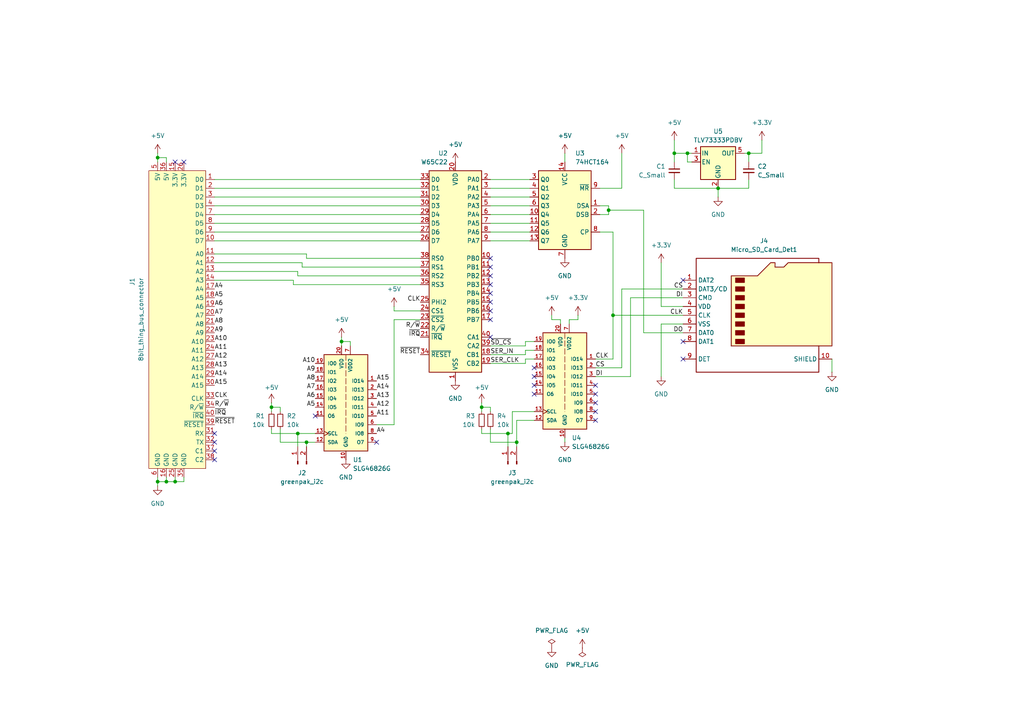
<source format=kicad_sch>
(kicad_sch (version 20231120) (generator "eeschema") (generator_version "8.0")
  (paper "A4")
  (lib_symbols
    (symbol "74xx:74HCT164"
      (property "Reference" "U" (at 1.905 -13.97 0))
      (property "Value" "74HCT164" (at 1.905 -16.51 0))
      (symbol "74HCT164_0_1"
        (rectangle (start 7.62 10.16) (end -7.62 -12.7) (stroke (width 0.254)) (fill (type background)))
      )
      (symbol "74HCT164_1_1"
        (pin input line (at -10.16 0 0) (length 2.54) (name "DSA") (number "1"))
        (pin output line (at 10.16 -2.54 180) (length 2.54) (name "Q4") (number "10"))
        (pin output line (at 10.16 -5.08 180) (length 2.54) (name "Q5") (number "11"))
        (pin output line (at 10.16 -7.62 180) (length 2.54) (name "Q6") (number "12"))
        (pin output line (at 10.16 -10.16 180) (length 2.54) (name "Q7") (number "13"))
        (pin power_in line (at 0 12.7 270) (length 2.54) (name "VCC") (number "14"))
        (pin input line (at -10.16 -2.54 0) (length 2.54) (name "DSB") (number "2"))
        (pin output line (at 10.16 7.62 180) (length 2.54) (name "Q0") (number "3"))
        (pin output line (at 10.16 5.08 180) (length 2.54) (name "Q1") (number "4"))
        (pin output line (at 10.16 2.54 180) (length 2.54) (name "Q2") (number "5"))
        (pin output line (at 10.16 0 180) (length 2.54) (name "Q3") (number "6"))
        (pin power_in line (at 0 -15.24 90) (length 2.54) (name "GND") (number "7"))
        (pin input line (at -10.16 -7.62 0) (length 2.54) (name "CP") (number "8"))
        (pin input line (at -10.16 5.08 0) (length 2.54) (name "~{MR}") (number "9"))
      )
    )
    (symbol "Connector:Conn_01x02_Pin" (pin_names (offset 1.016) hide)
      (property "Reference" "J" (at 0 2.54 0))
      (property "Value" "Conn_01x02_Pin" (at 0 -5.08 0))
      (symbol "Conn_01x02_Pin_1_1"
        (polyline (pts (xy 1.27 -2.54) (xy 0.8636 -2.54)) (stroke (width 0.1524)))
        (polyline (pts (xy 1.27 0) (xy 0.8636 0)) (stroke (width 0.1524)))
        (rectangle (start 0.8636 -2.413) (end 0 -2.667) (stroke (width 0.1524)) (fill (type outline)))
        (rectangle (start 0.8636 0.127) (end 0 -0.127) (stroke (width 0.1524)) (fill (type outline)))
        (pin passive line (at 5.08 0 180) (length 3.81) (name "Pin_1") (number "1"))
        (pin passive line (at 5.08 -2.54 180) (length 3.81) (name "Pin_2") (number "2"))
      )
    )
    (symbol "Connector:Micro_SD_Card_Det1"
      (property "Reference" "J" (at -16.51 17.78 0))
      (property "Value" "Micro_SD_Card_Det1" (at 16.51 17.78 0))
      (symbol "Micro_SD_Card_Det1_0_1"
        (rectangle (start -7.62 -6.985) (end -5.08 -8.255) (stroke (width 0.254)) (fill (type outline)))
        (rectangle (start -7.62 -4.445) (end -5.08 -5.715) (stroke (width 0.254)) (fill (type outline)))
        (rectangle (start -7.62 -1.905) (end -5.08 -3.175) (stroke (width 0.254)) (fill (type outline)))
        (rectangle (start -7.62 0.635) (end -5.08 -0.635) (stroke (width 0.254)) (fill (type outline)))
        (rectangle (start -7.62 3.175) (end -5.08 1.905) (stroke (width 0.254)) (fill (type outline)))
        (rectangle (start -7.62 5.715) (end -5.08 4.445) (stroke (width 0.254)) (fill (type outline)))
        (rectangle (start -7.62 8.255) (end -5.08 6.985) (stroke (width 0.254)) (fill (type outline)))
        (rectangle (start -7.62 10.795) (end -5.08 9.525) (stroke (width 0.254)) (fill (type outline)))
        (polyline (pts (xy 16.51 15.24) (xy 16.51 16.51) (xy -19.05 16.51) (xy -19.05 -16.51) (xy 16.51 -16.51) (xy 16.51 -8.89)) (stroke (width 0.254)))
        (polyline (pts (xy -8.89 -8.89) (xy -8.89 11.43) (xy -1.27 11.43) (xy 2.54 15.24) (xy 3.81 15.24) (xy 3.81 13.97) (xy 6.35 13.97) (xy 7.62 15.24) (xy 20.32 15.24) (xy 20.32 -8.89) (xy -8.89 -8.89)) (stroke (width 0.254)) (fill (type background)))
      )
      (symbol "Micro_SD_Card_Det1_1_1"
        (pin bidirectional line (at -22.86 10.16 0) (length 3.81) (name "DAT2") (number "1"))
        (pin passive line (at 20.32 -12.7 180) (length 3.81) (name "SHIELD") (number "10"))
        (pin bidirectional line (at -22.86 7.62 0) (length 3.81) (name "DAT3/CD") (number "2"))
        (pin input line (at -22.86 5.08 0) (length 3.81) (name "CMD") (number "3"))
        (pin power_in line (at -22.86 2.54 0) (length 3.81) (name "VDD") (number "4"))
        (pin input line (at -22.86 0 0) (length 3.81) (name "CLK") (number "5"))
        (pin power_in line (at -22.86 -2.54 0) (length 3.81) (name "VSS") (number "6"))
        (pin bidirectional line (at -22.86 -5.08 0) (length 3.81) (name "DAT0") (number "7"))
        (pin bidirectional line (at -22.86 -7.62 0) (length 3.81) (name "DAT1") (number "8"))
        (pin passive line (at -22.86 -12.7 0) (length 3.81) (name "DET") (number "9"))
      )
    )
    (symbol "Device:C_Small" (pin_numbers hide) (pin_names (offset 0.254) hide)
      (property "Reference" "C" (at 0.254 1.778 0))
      (property "Value" "C_Small" (at 0.254 -2.032 0))
      (symbol "C_Small_0_1"
        (polyline (pts (xy -1.524 -0.508) (xy 1.524 -0.508)) (stroke (width 0.3302)))
        (polyline (pts (xy -1.524 0.508) (xy 1.524 0.508)) (stroke (width 0.3048)))
      )
      (symbol "C_Small_1_1"
        (pin passive line (at 0 2.54 270) (length 2.032) (name "~") (number "1"))
        (pin passive line (at 0 -2.54 90) (length 2.032) (name "~") (number "2"))
      )
    )
    (symbol "Device:R_Small" (pin_numbers hide) (pin_names (offset 0.254) hide)
      (property "Reference" "R" (at 0.762 0.508 0))
      (property "Value" "R_Small" (at 0.762 -1.016 0))
      (symbol "R_Small_0_1"
        (rectangle (start -0.762 1.778) (end 0.762 -1.778) (stroke (width 0.2032)))
      )
      (symbol "R_Small_1_1"
        (pin passive line (at 0 2.54 270) (length 0.762) (name "~") (number "1"))
        (pin passive line (at 0 -2.54 90) (length 0.762) (name "~") (number "2"))
      )
    )
    (symbol "Regulator_Linear:TLV73333PDBV" (pin_names (offset 0.254))
      (property "Reference" "U" (at -3.81 5.715 0))
      (property "Value" "TLV73333PDBV" (at 0 5.715 0))
      (symbol "TLV73333PDBV_0_1"
        (rectangle (start -5.08 4.445) (end 5.08 -5.08) (stroke (width 0.254)) (fill (type background)))
      )
      (symbol "TLV73333PDBV_1_1"
        (pin power_in line (at -7.62 2.54 0) (length 2.54) (name "IN") (number "1"))
        (pin power_in line (at 0 -7.62 90) (length 2.54) (name "GND") (number "2"))
        (pin input line (at -7.62 0 0) (length 2.54) (name "EN") (number "3"))
        (pin no_connect line (at 5.08 0 180) (length 2.54) hide (name "NC") (number "4"))
        (pin power_out line (at 7.62 2.54 180) (length 2.54) (name "OUT") (number "5"))
      )
    )
    (symbol "imported_symbols:SLG46826G" (pin_names (offset 1.016))
      (property "Reference" "U" (at 2.54 17.78 0))
      (property "Value" "SLG46826G" (at 2.54 15.24 0))
      (symbol "SLG46826G_0_0"
        (rectangle (start -6.35 13.97) (end 6.35 -13.97) (stroke (width 0.254)) (fill (type background)))
        (pin bidirectional line (at 8.89 6.35 180) (length 2.54) (name "IO14") (number "1"))
        (pin power_in line (at 0 -16.51 90) (length 2.54) (name "GND") (number "10"))
        (pin output line (at -8.89 -3.81 0) (length 2.54) (name "O6") (number "11"))
        (pin bidirectional line (at -8.89 -11.43 0) (length 2.54) (name "SDA") (number "12"))
        (pin input clock (at -8.89 -8.89 0) (length 2.54) (name "SCL") (number "13"))
        (pin bidirectional line (at -8.89 -1.27 0) (length 2.54) (name "IO5") (number "14"))
        (pin bidirectional line (at -8.89 1.27 0) (length 2.54) (name "IO4") (number "15"))
        (pin bidirectional line (at -8.89 3.81 0) (length 2.54) (name "IO3") (number "16"))
        (pin bidirectional line (at -8.89 6.35 0) (length 2.54) (name "IO2") (number "17"))
        (pin bidirectional line (at -8.89 8.89 0) (length 2.54) (name "IO1") (number "18"))
        (pin bidirectional line (at -8.89 11.43 0) (length 2.54) (name "IO0") (number "19"))
        (pin bidirectional line (at 8.89 3.81 180) (length 2.54) (name "IO13") (number "2"))
        (pin power_in line (at -1.27 16.51 270) (length 2.54) (name "VDD") (number "20"))
        (pin bidirectional line (at 8.89 1.27 180) (length 2.54) (name "IO12") (number "3"))
        (pin bidirectional line (at 8.89 -1.27 180) (length 2.54) (name "IO11") (number "4"))
        (pin bidirectional line (at 8.89 -3.81 180) (length 2.54) (name "IO10") (number "5"))
        (pin bidirectional line (at 8.89 -6.35 180) (length 2.54) (name "IO9") (number "6"))
        (pin power_in line (at 1.27 16.51 270) (length 2.54) (name "VDD2") (number "7"))
        (pin bidirectional line (at 8.89 -8.89 180) (length 2.54) (name "IO8") (number "8"))
        (pin output line (at 8.89 -11.43 180) (length 2.54) (name "O7") (number "9"))
      )
      (symbol "SLG46826G_0_1"
        (polyline (pts (xy 0 13.97) (xy 0 -8.89)) (stroke (width 0) (type dash)))
      )
    )
    (symbol "own_symbols:8bit_thing_bus_connector"
      (property "Reference" "J" (at 3.81 48.26 0))
      (property "Value" "8bit_thing_bus_connector" (at 15.24 50.8 0))
      (symbol "8bit_thing_bus_connector_0_0"
        (pin bidirectional line (at 10.16 19.05 180) (length 2.54) (name "A0") (number "11"))
        (pin bidirectional line (at 10.16 3.81 180) (length 2.54) (name "A6") (number "19"))
        (pin bidirectional line (at 10.16 -19.05 180) (length 2.54) (name "A15") (number "30"))
        (pin bidirectional line (at 10.16 -33.02 180) (length 2.54) (name "RX") (number "31"))
        (pin bidirectional line (at 10.16 -35.56 180) (length 2.54) (name "TX") (number "32"))
        (pin bidirectional line (at 10.16 -22.86 180) (length 2.54) (name "CLK") (number "33"))
        (pin bidirectional line (at 10.16 -25.4 180) (length 2.54) (name "R/~{W}") (number "34"))
        (pin bidirectional line (at 10.16 -38.1 180) (length 2.54) (name "C1") (number "37"))
        (pin bidirectional line (at 10.16 -40.64 180) (length 2.54) (name "C2") (number "38"))
        (pin bidirectional line (at 10.16 -30.48 180) (length 2.54) (name "~{RESET}") (number "39"))
        (pin bidirectional line (at 10.16 -27.94 180) (length 2.54) (name "~{IRQ}") (number "40"))
      )
      (symbol "8bit_thing_bus_connector_0_1"
        (rectangle (start -8.89 43.18) (end 7.62 -43.18) (fill (type background)))
      )
      (symbol "8bit_thing_bus_connector_1_1"
        (pin bidirectional line (at 10.16 40.64 180) (length 2.54) (name "D0") (number "1"))
        (pin bidirectional line (at 10.16 22.86 180) (length 2.54) (name "D7") (number "10"))
        (pin bidirectional line (at 10.16 16.51 180) (length 2.54) (name "A1") (number "12"))
        (pin bidirectional line (at 10.16 13.97 180) (length 2.54) (name "A2") (number "13"))
        (pin bidirectional line (at 10.16 11.43 180) (length 2.54) (name "A3") (number "14"))
        (pin power_in line (at -1.27 45.72 270) (length 2.54) (name "3.3V") (number "15"))
        (pin power_in line (at -3.81 -45.72 90) (length 2.54) (name "GND") (number "16"))
        (pin bidirectional line (at 10.16 8.89 180) (length 2.54) (name "A4") (number "17"))
        (pin bidirectional line (at 10.16 6.35 180) (length 2.54) (name "A5") (number "18"))
        (pin bidirectional line (at 10.16 38.1 180) (length 2.54) (name "D1") (number "2"))
        (pin bidirectional line (at 10.16 1.27 180) (length 2.54) (name "A7") (number "20"))
        (pin bidirectional line (at 10.16 -1.27 180) (length 2.54) (name "A8") (number "21"))
        (pin bidirectional line (at 10.16 -3.81 180) (length 2.54) (name "A9") (number "22"))
        (pin bidirectional line (at 10.16 -6.35 180) (length 2.54) (name "A10") (number "23"))
        (pin bidirectional line (at 10.16 -8.89 180) (length 2.54) (name "A11") (number "24"))
        (pin power_in line (at -1.27 -45.72 90) (length 2.54) (name "GND") (number "25"))
        (pin power_in line (at 1.27 45.72 270) (length 2.54) (name "3.3V") (number "26"))
        (pin bidirectional line (at 10.16 -11.43 180) (length 2.54) (name "A12") (number "27"))
        (pin bidirectional line (at 10.16 -13.97 180) (length 2.54) (name "A13") (number "28"))
        (pin bidirectional line (at 10.16 -16.51 180) (length 2.54) (name "A14") (number "29"))
        (pin bidirectional line (at 10.16 35.56 180) (length 2.54) (name "D2") (number "3"))
        (pin power_in line (at 1.27 -45.72 90) (length 2.54) (name "GND") (number "35"))
        (pin power_in line (at -3.81 45.72 270) (length 2.54) (name "5V") (number "36"))
        (pin bidirectional line (at 10.16 33.02 180) (length 2.54) (name "D3") (number "4"))
        (pin power_in line (at -6.35 45.72 270) (length 2.54) (name "5V") (number "5"))
        (pin power_in line (at -6.35 -45.72 90) (length 2.54) (name "GND") (number "6"))
        (pin bidirectional line (at 10.16 30.48 180) (length 2.54) (name "D4") (number "7"))
        (pin bidirectional line (at 10.16 27.94 180) (length 2.54) (name "D5") (number "8"))
        (pin bidirectional line (at 10.16 25.4 180) (length 2.54) (name "D6") (number "9"))
      )
    )
    (symbol "own_symbols:W65C22"
      (property "Reference" "U" (at -7.62 25.4 0))
      (property "Value" "W65C22" (at 2.54 -35.56 0))
      (symbol "W65C22_0_0"
        (pin power_in line (at 0 -36.83 90) (length 2.54) (name "VSS") (number "1"))
        (pin bidirectional line (at -10.16 -1.27 0) (length 2.54) (name "PB0") (number "10"))
        (pin bidirectional line (at -10.16 -3.81 0) (length 2.54) (name "PB1") (number "11"))
        (pin bidirectional line (at -10.16 -6.35 0) (length 2.54) (name "PB2") (number "12"))
        (pin bidirectional line (at -10.16 -8.89 0) (length 2.54) (name "PB3") (number "13"))
        (pin bidirectional line (at -10.16 -11.43 0) (length 2.54) (name "PB4") (number "14"))
        (pin bidirectional line (at -10.16 -13.97 0) (length 2.54) (name "PB5") (number "15"))
        (pin bidirectional line (at -10.16 -16.51 0) (length 2.54) (name "PB6") (number "16"))
        (pin bidirectional line (at -10.16 -19.05 0) (length 2.54) (name "PB7") (number "17"))
        (pin passive line (at -10.16 -29.21 0) (length 2.54) (name "CB1") (number "18"))
        (pin passive line (at -10.16 -31.75 0) (length 2.54) (name "CB2") (number "19"))
        (pin bidirectional line (at -10.16 21.59 0) (length 2.54) (name "PA0") (number "2"))
        (pin power_in line (at 0 26.67 270) (length 2.54) (name "VDD") (number "20"))
        (pin output line (at 10.16 -24.13 180) (length 2.54) (name "~{IRQ}") (number "21"))
        (pin input line (at 10.16 -21.59 180) (length 2.54) (name "R/~{W}") (number "22"))
        (pin input line (at 10.16 -19.05 180) (length 2.54) (name "~{CS2}") (number "23"))
        (pin input line (at 10.16 -16.51 180) (length 2.54) (name "CS1") (number "24"))
        (pin input line (at 10.16 -13.97 180) (length 2.54) (name "PHI2") (number "25"))
        (pin bidirectional line (at 10.16 3.81 180) (length 2.54) (name "D7") (number "26"))
        (pin bidirectional line (at 10.16 6.35 180) (length 2.54) (name "D6") (number "27"))
        (pin bidirectional line (at 10.16 8.89 180) (length 2.54) (name "D5") (number "28"))
        (pin bidirectional line (at 10.16 11.43 180) (length 2.54) (name "D4") (number "29"))
        (pin bidirectional line (at -10.16 19.05 0) (length 2.54) (name "PA1") (number "3"))
        (pin bidirectional line (at 10.16 13.97 180) (length 2.54) (name "D3") (number "30"))
        (pin bidirectional line (at 10.16 16.51 180) (length 2.54) (name "D2") (number "31"))
        (pin bidirectional line (at 10.16 19.05 180) (length 2.54) (name "D1") (number "32"))
        (pin bidirectional line (at 10.16 21.59 180) (length 2.54) (name "D0") (number "33"))
        (pin input line (at 10.16 -29.21 180) (length 2.54) (name "~{RESET}") (number "34"))
        (pin passive line (at 10.16 -8.89 180) (length 2.54) (name "RS3") (number "35"))
        (pin passive line (at 10.16 -6.35 180) (length 2.54) (name "RS2") (number "36"))
        (pin passive line (at 10.16 -3.81 180) (length 2.54) (name "RS1") (number "37"))
        (pin passive line (at 10.16 -1.27 180) (length 2.54) (name "RS0") (number "38"))
        (pin passive line (at -10.16 -26.67 0) (length 2.54) (name "CA2") (number "39"))
        (pin bidirectional line (at -10.16 16.51 0) (length 2.54) (name "PA2") (number "4"))
        (pin passive line (at -10.16 -24.13 0) (length 2.54) (name "CA1") (number "40"))
        (pin bidirectional line (at -10.16 13.97 0) (length 2.54) (name "PA3") (number "5"))
        (pin bidirectional line (at -10.16 11.43 0) (length 2.54) (name "PA4") (number "6"))
        (pin bidirectional line (at -10.16 8.89 0) (length 2.54) (name "PA5") (number "7"))
        (pin bidirectional line (at -10.16 6.35 0) (length 2.54) (name "PA6") (number "8"))
        (pin bidirectional line (at -10.16 3.81 0) (length 2.54) (name "PA7") (number "9"))
      )
      (symbol "W65C22_0_1"
        (rectangle (start -7.62 24.13) (end 7.62 -34.29) (stroke (width 0.254)) (fill (type background)))
      )
    )
    (symbol "power:+3.3V" (power) (pin_numbers hide) (pin_names (offset 0) hide)
      (property "Value" "+3.3V" (at 0 3.556 0))
      (symbol "+3.3V_0_1"
        (polyline (pts (xy -0.762 1.27) (xy 0 2.54)))
        (polyline (pts (xy 0 0) (xy 0 2.54)))
        (polyline (pts (xy 0 2.54) (xy 0.762 1.27)))
      )
      (symbol "+3.3V_1_1"
        (pin power_in line (at 0 0 90) (length 0) (name "~") (number "1"))
      )
    )
    (symbol "power:+5V" (power) (pin_numbers hide) (pin_names (offset 0) hide)
      (property "Value" "+5V" (at 0 3.556 0))
      (symbol "+5V_0_1"
        (polyline (pts (xy -0.762 1.27) (xy 0 2.54)))
        (polyline (pts (xy 0 0) (xy 0 2.54)))
        (polyline (pts (xy 0 2.54) (xy 0.762 1.27)))
      )
      (symbol "+5V_1_1"
        (pin power_in line (at 0 0 90) (length 0) (name "~") (number "1"))
      )
    )
    (symbol "power:GND" (power) (pin_numbers hide) (pin_names (offset 0) hide)
      (property "Value" "GND" (at 0 -3.81 0))
      (symbol "GND_0_1"
        (polyline (pts (xy 0 0) (xy 0 -1.27) (xy 1.27 -1.27) (xy 0 -2.54) (xy -1.27 -1.27) (xy 0 -1.27)))
      )
      (symbol "GND_1_1"
        (pin power_in line (at 0 0 270) (length 0) (name "~") (number "1"))
      )
    )
    (symbol "power:PWR_FLAG" (power) (pin_numbers hide) (pin_names (offset 0) hide)
      (property "Value" "PWR_FLAG" (at 0 3.81 0))
      (symbol "PWR_FLAG_0_0"
        (pin power_out line (at 0 0 90) (length 0) (name "~") (number "1"))
      )
      (symbol "PWR_FLAG_0_1"
        (polyline (pts (xy 0 0) (xy 0 1.27) (xy -1.016 1.905) (xy 0 2.54) (xy 1.016 1.905) (xy 0 1.27)))
      )
    )
  )
  (junction (at 176.53 60.96))
  (junction (at 88.9 128.27))
  (junction (at 177.8 91.44))
  (junction (at 45.72 45.72))
  (junction (at 147.32 125.73))
  (junction (at 78.74 118.11))
  (junction (at 45.72 139.7))
  (junction (at 48.26 139.7))
  (junction (at 199.39 44.45))
  (junction (at 86.36 125.73))
  (junction (at 208.28 54.61))
  (junction (at 149.86 128.27))
  (junction (at 217.17 44.45))
  (junction (at 139.7 118.11))
  (junction (at 99.06 99.06))
  (junction (at 50.8 139.7))
  (junction (at 195.58 44.45))
  (no_connect (at 142.24 90.17))
  (no_connect (at 142.24 74.93))
  (no_connect (at 109.22 128.27))
  (no_connect (at 198.12 99.06))
  (no_connect (at 62.23 125.73))
  (no_connect (at 62.23 133.35))
  (no_connect (at 172.72 116.84))
  (no_connect (at 142.24 80.01))
  (no_connect (at 198.12 81.28))
  (no_connect (at 62.23 130.81))
  (no_connect (at 172.72 119.38))
  (no_connect (at 142.24 92.71))
  (no_connect (at 154.94 109.22))
  (no_connect (at 154.94 106.68))
  (no_connect (at 142.24 77.47))
  (no_connect (at 154.94 111.76))
  (no_connect (at 172.72 114.3))
  (no_connect (at 172.72 121.92))
  (no_connect (at 50.8 46.99))
  (no_connect (at 142.24 82.55))
  (no_connect (at 62.23 128.27))
  (no_connect (at 142.24 85.09))
  (no_connect (at 172.72 111.76))
  (no_connect (at 53.34 46.99))
  (no_connect (at 142.24 97.79))
  (no_connect (at 142.24 87.63))
  (no_connect (at 198.12 104.14))
  (no_connect (at 91.44 120.65))
  (no_connect (at 154.94 114.3))
  (wire (pts (xy 142.24 128.27) (xy 149.86 128.27)))
  (wire (pts (xy 62.23 69.85) (xy 121.92 69.85)))
  (wire (pts (xy 153.67 69.85) (xy 142.24 69.85)))
  (wire (pts (xy 139.7 116.84) (xy 139.7 118.11)))
  (wire (pts (xy 149.86 121.92) (xy 149.86 128.27)))
  (wire (pts (xy 149.86 128.27) (xy 149.86 129.54)))
  (wire (pts (xy 177.8 67.31) (xy 173.99 67.31)))
  (wire (pts (xy 176.53 62.23) (xy 173.99 62.23)))
  (wire (pts (xy 198.12 88.9) (xy 191.77 88.9)))
  (wire (pts (xy 139.7 118.11) (xy 142.24 118.11)))
  (wire (pts (xy 142.24 119.38) (xy 142.24 118.11)))
  (wire (pts (xy 153.67 59.69) (xy 142.24 59.69)))
  (wire (pts (xy 177.8 91.44) (xy 177.8 67.31)))
  (wire (pts (xy 86.36 125.73) (xy 86.36 129.54)))
  (wire (pts (xy 45.72 45.72) (xy 45.72 46.99)))
  (wire (pts (xy 139.7 118.11) (xy 139.7 119.38)))
  (wire (pts (xy 88.9 128.27) (xy 91.44 128.27)))
  (wire (pts (xy 86.36 125.73) (xy 78.74 125.73)))
  (wire (pts (xy 142.24 105.41) (xy 152.4 105.41)))
  (wire (pts (xy 215.9 44.45) (xy 217.17 44.45)))
  (wire (pts (xy 86.36 125.73) (xy 91.44 125.73)))
  (wire (pts (xy 62.23 81.28) (xy 85.09 81.28)))
  (wire (pts (xy 163.83 128.27) (xy 163.83 127)))
  (wire (pts (xy 154.94 121.92) (xy 149.86 121.92)))
  (wire (pts (xy 153.67 64.77) (xy 142.24 64.77)))
  (wire (pts (xy 87.63 77.47) (xy 121.92 77.47)))
  (wire (pts (xy 88.9 74.93) (xy 121.92 74.93)))
  (wire (pts (xy 176.53 60.96) (xy 186.69 60.96)))
  (wire (pts (xy 62.23 62.23) (xy 121.92 62.23)))
  (wire (pts (xy 147.32 125.73) (xy 139.7 125.73)))
  (wire (pts (xy 114.3 123.19) (xy 109.22 123.19)))
  (wire (pts (xy 86.36 80.01) (xy 86.36 78.74)))
  (wire (pts (xy 176.53 59.69) (xy 176.53 60.96)))
  (wire (pts (xy 148.59 125.73) (xy 147.32 125.73)))
  (wire (pts (xy 152.4 100.33) (xy 152.4 99.06)))
  (wire (pts (xy 78.74 118.11) (xy 78.74 119.38)))
  (wire (pts (xy 45.72 139.7) (xy 48.26 139.7)))
  (wire (pts (xy 53.34 138.43) (xy 53.34 139.7)))
  (wire (pts (xy 142.24 100.33) (xy 152.4 100.33)))
  (wire (pts (xy 162.56 92.71) (xy 162.56 93.98)))
  (wire (pts (xy 45.72 140.97) (xy 45.72 139.7)))
  (wire (pts (xy 121.92 92.71) (xy 114.3 92.71)))
  (wire (pts (xy 62.23 78.74) (xy 86.36 78.74)))
  (wire (pts (xy 186.69 96.52) (xy 198.12 96.52)))
  (wire (pts (xy 99.06 97.79) (xy 99.06 99.06)))
  (wire (pts (xy 167.64 91.44) (xy 167.64 92.71)))
  (wire (pts (xy 62.23 57.15) (xy 121.92 57.15)))
  (wire (pts (xy 148.59 119.38) (xy 148.59 125.73)))
  (wire (pts (xy 62.23 52.07) (xy 121.92 52.07)))
  (wire (pts (xy 191.77 93.98) (xy 191.77 109.22)))
  (wire (pts (xy 121.92 90.17) (xy 114.3 90.17)))
  (wire (pts (xy 86.36 80.01) (xy 121.92 80.01)))
  (wire (pts (xy 177.8 91.44) (xy 177.8 104.14)))
  (wire (pts (xy 173.99 59.69) (xy 176.53 59.69)))
  (wire (pts (xy 142.24 124.46) (xy 142.24 128.27)))
  (wire (pts (xy 48.26 46.99) (xy 48.26 45.72)))
  (wire (pts (xy 62.23 73.66) (xy 88.9 73.66)))
  (wire (pts (xy 142.24 102.87) (xy 152.4 102.87)))
  (wire (pts (xy 152.4 104.14) (xy 154.94 104.14)))
  (wire (pts (xy 220.98 44.45) (xy 220.98 40.64)))
  (wire (pts (xy 180.34 83.82) (xy 180.34 106.68)))
  (wire (pts (xy 217.17 46.99) (xy 217.17 44.45)))
  (wire (pts (xy 195.58 40.64) (xy 195.58 44.45)))
  (wire (pts (xy 88.9 128.27) (xy 88.9 129.54)))
  (wire (pts (xy 200.66 46.99) (xy 199.39 46.99)))
  (wire (pts (xy 195.58 46.99) (xy 195.58 44.45)))
  (wire (pts (xy 195.58 44.45) (xy 199.39 44.45)))
  (wire (pts (xy 177.8 104.14) (xy 172.72 104.14)))
  (wire (pts (xy 62.23 59.69) (xy 121.92 59.69)))
  (wire (pts (xy 172.72 106.68) (xy 180.34 106.68)))
  (wire (pts (xy 153.67 54.61) (xy 142.24 54.61)))
  (wire (pts (xy 217.17 52.07) (xy 217.17 54.61)))
  (wire (pts (xy 176.53 60.96) (xy 176.53 62.23)))
  (wire (pts (xy 78.74 124.46) (xy 78.74 125.73)))
  (wire (pts (xy 81.28 128.27) (xy 88.9 128.27)))
  (wire (pts (xy 153.67 62.23) (xy 142.24 62.23)))
  (wire (pts (xy 163.83 44.45) (xy 163.83 46.99)))
  (wire (pts (xy 50.8 138.43) (xy 50.8 139.7)))
  (wire (pts (xy 180.34 44.45) (xy 180.34 54.61)))
  (wire (pts (xy 78.74 116.84) (xy 78.74 118.11)))
  (wire (pts (xy 114.3 90.17) (xy 114.3 88.9)))
  (wire (pts (xy 180.34 83.82) (xy 198.12 83.82)))
  (wire (pts (xy 53.34 139.7) (xy 50.8 139.7)))
  (wire (pts (xy 78.74 118.11) (xy 81.28 118.11)))
  (wire (pts (xy 195.58 52.07) (xy 195.58 54.61)))
  (wire (pts (xy 62.23 54.61) (xy 121.92 54.61)))
  (wire (pts (xy 147.32 125.73) (xy 147.32 129.54)))
  (wire (pts (xy 85.09 82.55) (xy 85.09 81.28)))
  (wire (pts (xy 88.9 74.93) (xy 88.9 73.66)))
  (wire (pts (xy 186.69 60.96) (xy 186.69 96.52)))
  (wire (pts (xy 152.4 105.41) (xy 152.4 104.14)))
  (wire (pts (xy 45.72 44.45) (xy 45.72 45.72)))
  (wire (pts (xy 198.12 93.98) (xy 191.77 93.98)))
  (wire (pts (xy 81.28 119.38) (xy 81.28 118.11)))
  (wire (pts (xy 160.02 92.71) (xy 160.02 91.44)))
  (wire (pts (xy 191.77 76.2) (xy 191.77 88.9)))
  (wire (pts (xy 152.4 102.87) (xy 152.4 101.6)))
  (wire (pts (xy 62.23 76.2) (xy 87.63 76.2)))
  (wire (pts (xy 121.92 82.55) (xy 85.09 82.55)))
  (wire (pts (xy 167.64 92.71) (xy 165.1 92.71)))
  (wire (pts (xy 182.88 86.36) (xy 198.12 86.36)))
  (wire (pts (xy 87.63 77.47) (xy 87.63 76.2)))
  (wire (pts (xy 48.26 139.7) (xy 48.26 138.43)))
  (wire (pts (xy 160.02 92.71) (xy 162.56 92.71)))
  (wire (pts (xy 152.4 101.6) (xy 154.94 101.6)))
  (wire (pts (xy 99.06 99.06) (xy 99.06 100.33)))
  (wire (pts (xy 241.3 107.95) (xy 241.3 104.14)))
  (wire (pts (xy 220.98 44.45) (xy 217.17 44.45)))
  (wire (pts (xy 195.58 54.61) (xy 208.28 54.61)))
  (wire (pts (xy 153.67 67.31) (xy 142.24 67.31)))
  (wire (pts (xy 50.8 139.7) (xy 48.26 139.7)))
  (wire (pts (xy 153.67 52.07) (xy 142.24 52.07)))
  (wire (pts (xy 152.4 99.06) (xy 154.94 99.06)))
  (wire (pts (xy 153.67 57.15) (xy 142.24 57.15)))
  (wire (pts (xy 81.28 124.46) (xy 81.28 128.27)))
  (wire (pts (xy 208.28 57.15) (xy 208.28 54.61)))
  (wire (pts (xy 101.6 99.06) (xy 99.06 99.06)))
  (wire (pts (xy 139.7 124.46) (xy 139.7 125.73)))
  (wire (pts (xy 199.39 44.45) (xy 200.66 44.45)))
  (wire (pts (xy 48.26 45.72) (xy 45.72 45.72)))
  (wire (pts (xy 62.23 67.31) (xy 121.92 67.31)))
  (wire (pts (xy 62.23 64.77) (xy 121.92 64.77)))
  (wire (pts (xy 45.72 139.7) (xy 45.72 138.43)))
  (wire (pts (xy 177.8 91.44) (xy 198.12 91.44)))
  (wire (pts (xy 180.34 54.61) (xy 173.99 54.61)))
  (wire (pts (xy 114.3 92.71) (xy 114.3 123.19)))
  (wire (pts (xy 165.1 92.71) (xy 165.1 93.98)))
  (wire (pts (xy 199.39 46.99) (xy 199.39 44.45)))
  (wire (pts (xy 208.28 54.61) (xy 217.17 54.61)))
  (wire (pts (xy 154.94 119.38) (xy 148.59 119.38)))
  (wire (pts (xy 182.88 86.36) (xy 182.88 109.22)))
  (wire (pts (xy 101.6 100.33) (xy 101.6 99.06)))
  (wire (pts (xy 172.72 109.22) (xy 182.88 109.22)))
  (label "A15" (at 62.23 111.76 0))
  (label "A9" (at 91.44 107.95 180))
  (label "SER_IN" (at 142.24 102.87 0))
  (label "DO" (at 198.12 96.52 180))
  (label "A5" (at 62.23 86.36 0))
  (label "A11" (at 62.23 101.6 0))
  (label "A12" (at 109.22 118.11 0))
  (label "~{IRQ}" (at 121.92 97.79 180))
  (label "A13" (at 62.23 106.68 0))
  (label "DI" (at 198.12 86.36 180))
  (label "~{SD_CS}" (at 142.24 100.33 0))
  (label "CLK" (at 121.92 87.63 180))
  (label "A8" (at 62.23 93.98 0))
  (label "A4" (at 109.22 125.73 0))
  (label "CLK" (at 62.23 115.57 0))
  (label "DI" (at 172.72 109.22 0))
  (label "R{slash}~{W}" (at 121.92 95.25 180))
  (label "A14" (at 109.22 113.03 0))
  (label "A10" (at 62.23 99.06 0))
  (label "A4" (at 62.23 83.82 0))
  (label "A12" (at 62.23 104.14 0))
  (label "A6" (at 62.23 88.9 0))
  (label "SER_CLK" (at 142.24 105.41 0))
  (label "A7" (at 91.44 113.03 180))
  (label "A8" (at 91.44 110.49 180))
  (label "CS" (at 172.72 106.68 0))
  (label "A7" (at 62.23 91.44 0))
  (label "R{slash}~{W}" (at 62.23 118.11 0))
  (label "~{RESET}" (at 62.23 123.19 0))
  (label "A15" (at 109.22 110.49 0))
  (label "A10" (at 91.44 105.41 180))
  (label "CS" (at 198.12 83.82 180))
  (label "~{RESET}" (at 121.92 102.87 180))
  (label "A5" (at 91.44 118.11 180))
  (label "A9" (at 62.23 96.52 0))
  (label "CLK" (at 198.12 91.44 180))
  (label "CLK" (at 172.72 104.14 0))
  (label "A14" (at 62.23 109.22 0))
  (label "A11" (at 109.22 120.65 0))
  (label "A6" (at 91.44 115.57 180))
  (label "~{IRQ}" (at 62.23 120.65 0))
  (label "A13" (at 109.22 115.57 0))
  (symbol (lib_id "Device:C_Small") (at 217.17 49.53 0) (unit 1)
    (property "Reference" "C2" (at 219.71 48.2662 0) (effects (justify left)))
    (property "Value" "C_Small" (at 219.71 50.8062 0) (effects (justify left)))
    (property "Description" "Unpolarized capacitor, small symbol" (effects (hide yes)))
  )
  (symbol (lib_id "power:+5V") (at 160.02 91.44 0) (unit 1)
    (property "Reference" "#PWR010" (effects (hide yes)))
    (property "Value" "+5V" (at 160.02 86.36 0))
    (property "Description" "Power symbol creates a global label with name \"+5V\"" (effects (hide yes)))
  )
  (symbol (lib_id "Connector:Conn_01x02_Pin") (at 86.36 134.62 90) (unit 1)
    (property "Reference" "J2" (at 87.63 137.16 90))
    (property "Value" "greenpak_i2c" (at 87.63 139.7 90))
    (property "Footprint" "own_footprints:PinHeader_1x02_P2.54mm_Vertical_minimal" (effects (hide yes)))
  )
  (symbol (lib_id "power:+5V") (at 139.7 116.84 0) (mirror y) (unit 1)
    (property "Reference" "#PWR09" (effects (hide yes)))
    (property "Value" "+5V" (at 139.7 112.395 0))
  )
  (symbol (lib_id "power:+3.3V") (at 191.77 76.2 0) (unit 1)
    (property "Reference" "#PWR018" (effects (hide yes)))
    (property "Value" "+3.3V" (at 191.77 71.12 0))
    (property "Description" "Power symbol creates a global label with name \"+3.3V\"" (effects (hide yes)))
  )
  (symbol (lib_id "power:PWR_FLAG") (at 168.91 187.96 180) (unit 1)
    (property "Reference" "#FLG02" (effects (hide yes)))
    (property "Value" "PWR_FLAG" (at 168.91 192.7703 0))
    (property "Description" "Special symbol for telling ERC where power comes from" (effects (hide yes)))
  )
  (symbol (lib_id "power:GND") (at 132.08 110.49 0) (unit 1)
    (property "Reference" "#PWR08" (effects (hide yes)))
    (property "Value" "GND" (at 132.08 115.57 0))
    (property "Description" "Power symbol creates a global label with name \"GND\" , ground" (effects (hide yes)))
  )
  (symbol (lib_id "power:+5V") (at 163.83 44.45 0) (unit 1)
    (property "Reference" "#PWR012" (effects (hide yes)))
    (property "Value" "+5V" (at 163.83 39.37 0))
    (property "Description" "Power symbol creates a global label with name \"+5V\"" (effects (hide yes)))
  )
  (symbol (lib_id "power:+5V") (at 45.72 44.45 0) (unit 1)
    (property "Reference" "#PWR01" (effects (hide yes)))
    (property "Value" "+5V" (at 45.72 39.37 0))
    (property "Description" "Power symbol creates a global label with name \"+5V\"" (effects (hide yes)))
  )
  (symbol (lib_id "Connector:Conn_01x02_Pin") (at 147.32 134.62 90) (unit 1)
    (property "Reference" "J3" (at 148.59 137.16 90))
    (property "Value" "greenpak_i2c" (at 148.59 139.7 90))
    (property "Footprint" "own_footprints:PinHeader_1x02_P2.54mm_Vertical_minimal" (effects (hide yes)))
  )
  (symbol (lib_id "power:+5V") (at 99.06 97.79 0) (unit 1)
    (property "Reference" "#PWR04" (effects (hide yes)))
    (property "Value" "+5V" (at 99.06 92.71 0))
    (property "Description" "Power symbol creates a global label with name \"+5V\"" (effects (hide yes)))
  )
  (symbol (lib_id "power:+5V") (at 195.58 40.64 0) (unit 1)
    (property "Reference" "#PWR020" (effects (hide yes)))
    (property "Value" "+5V" (at 195.58 35.56 0))
    (property "Description" "Power symbol creates a global label with name \"+5V\"" (effects (hide yes)))
  )
  (symbol (lib_id "power:GND") (at 163.83 128.27 0) (unit 1)
    (property "Reference" "#PWR014" (effects (hide yes)))
    (property "Value" "GND" (at 163.83 133.35 0))
    (property "Description" "Power symbol creates a global label with name \"GND\" , ground" (effects (hide yes)))
  )
  (symbol (lib_id "own_symbols:W65C22") (at 132.08 73.66 0) (mirror y) (unit 1)
    (property "Reference" "U2" (at 129.8859 44.45 0) (effects (justify left)))
    (property "Value" "W65C22" (at 129.8859 46.99 0) (effects (justify left)))
    (property "Footprint" "Package_DIP:DIP-40_W15.24mm" (effects (hide yes)))
    (property "Datasheet" "https://www.westerndesigncenter.com/wdc/documentation/w65c22.pdf" (effects (hide yes)))
  )
  (symbol (lib_id "imported_symbols:SLG46826G") (at 163.83 110.49 0) (unit 1)
    (property "Reference" "U4" (at 165.8494 127 0) (effects (justify left)))
    (property "Value" "SLG46826G" (at 165.8494 129.54 0) (effects (justify left)))
    (property "Footprint" "SOP65P640X120-20N" (effects (hide yes)))
    (property "MANUFACTURER" "Dialog Semiconductor" (effects (hide yes)))
    (property "PARTREV" "3.10" (effects (hide yes)))
    (property "STANDARD" "IPC 7351B" (effects (hide yes)))
    (property "MAXIMUM_PACKAGE_HEIGHT" "1.2 mm" (effects (hide yes)))
  )
  (symbol (lib_id "power:PWR_FLAG") (at 160.02 187.96 0) (unit 1)
    (property "Reference" "#FLG01" (effects (hide yes)))
    (property "Value" "PWR_FLAG" (at 160.02 182.88 0))
    (property "Description" "Special symbol for telling ERC where power comes from" (effects (hide yes)))
  )
  (symbol (lib_id "own_symbols:8bit_thing_bus_connector") (at 52.07 92.71 0) (unit 1)
    (property "Reference" "J1" (at 38.354 80.518 90) (effects (justify right)))
    (property "Value" "8bit_thing_bus_connector" (at 40.894 80.518 90) (effects (justify right)))
    (property "Footprint" "Connector_IDC:IDC-Header_2x20_P2.54mm_Horizontal" (effects (hide yes)))
  )
  (symbol (lib_id "power:+5V") (at 180.34 44.45 0) (unit 1)
    (property "Reference" "#PWR017" (effects (hide yes)))
    (property "Value" "+5V" (at 180.34 39.37 0))
    (property "Description" "Power symbol creates a global label with name \"+5V\"" (effects (hide yes)))
  )
  (symbol (lib_id "power:GND") (at 241.3 107.95 0) (unit 1)
    (property "Reference" "#PWR023" (effects (hide yes)))
    (property "Value" "GND" (at 241.3 113.03 0))
    (property "Description" "Power symbol creates a global label with name \"GND\" , ground" (effects (hide yes)))
  )
  (symbol (lib_id "imported_symbols:SLG46826G") (at 100.33 116.84 0) (unit 1)
    (property "Reference" "U1" (at 102.3494 133.35 0) (effects (justify left)))
    (property "Value" "SLG46826G" (at 102.3494 135.89 0) (effects (justify left)))
    (property "Footprint" "SOP65P640X120-20N" (effects (hide yes)))
    (property "MANUFACTURER" "Dialog Semiconductor" (effects (hide yes)))
    (property "PARTREV" "3.10" (effects (hide yes)))
    (property "STANDARD" "IPC 7351B" (effects (hide yes)))
    (property "MAXIMUM_PACKAGE_HEIGHT" "1.2 mm" (effects (hide yes)))
  )
  (symbol (lib_id "power:+5V") (at 114.3 88.9 0) (unit 1)
    (property "Reference" "#PWR06" (effects (hide yes)))
    (property "Value" "+5V" (at 114.3 83.82 0))
    (property "Description" "Power symbol creates a global label with name \"+5V\"" (effects (hide yes)))
  )
  (symbol (lib_id "Device:R_Small") (at 78.74 121.92 0) (unit 1)
    (property "Reference" "R1" (at 76.835 120.65 0) (effects (justify right)))
    (property "Value" "10k" (at 76.835 123.19 0) (effects (justify right)))
    (property "Footprint" "Resistor_SMD:R_0805_2012Metric_Pad1.20x1.40mm_HandSolder" (effects (hide yes)))
  )
  (symbol (lib_id "Connector:Micro_SD_Card_Det1") (at 220.98 91.44 0) (unit 1)
    (property "Reference" "J4" (at 221.615 69.85 0))
    (property "Value" "Micro_SD_Card_Det1" (at 221.615 72.39 0))
    (property "Datasheet" "https://datasheet.lcsc.com/lcsc/2110151630_XKB-Connectivity-XKTF-015-N_C381082.pdf" (effects (hide yes)))
    (property "Description" "Micro SD Card Socket with one card detection pin" (effects (hide yes)))
  )
  (symbol (lib_id "power:+3.3V") (at 220.98 40.64 0) (unit 1)
    (property "Reference" "#PWR022" (effects (hide yes)))
    (property "Value" "+3.3V" (at 220.98 35.56 0))
    (property "Description" "Power symbol creates a global label with name \"+3.3V\"" (effects (hide yes)))
  )
  (symbol (lib_id "74xx:74HCT164") (at 163.83 59.69 0) (mirror y) (unit 1)
    (property "Reference" "U3" (at 166.8465 44.45 0) (effects (justify right)))
    (property "Value" "74HCT164" (at 166.8465 46.99 0) (effects (justify right)))
    (property "Datasheet" "https://assets.nexperia.com/documents/data-sheet/74HC_HCT164.pdf" (effects (hide yes)))
    (property "Description" "8-bit serial-in parallel-out shift register" (effects (hide yes)))
  )
  (symbol (lib_id "power:GND") (at 45.72 140.97 0) (unit 1)
    (property "Reference" "#PWR02" (effects (hide yes)))
    (property "Value" "GND" (at 45.72 146.05 0))
    (property "Description" "Power symbol creates a global label with name \"GND\" , ground" (effects (hide yes)))
  )
  (symbol (lib_id "power:GND") (at 208.28 57.15 0) (unit 1)
    (property "Reference" "#PWR021" (effects (hide yes)))
    (property "Value" "GND" (at 208.28 62.23 0))
    (property "Description" "Power symbol creates a global label with name \"GND\" , ground" (effects (hide yes)))
  )
  (symbol (lib_id "power:+5V") (at 78.74 116.84 0) (mirror y) (unit 1)
    (property "Reference" "#PWR03" (effects (hide yes)))
    (property "Value" "+5V" (at 78.74 112.395 0))
  )
  (symbol (lib_id "power:GND") (at 191.77 109.22 0) (unit 1)
    (property "Reference" "#PWR019" (effects (hide yes)))
    (property "Value" "GND" (at 191.77 114.3 0))
    (property "Description" "Power symbol creates a global label with name \"GND\" , ground" (effects (hide yes)))
  )
  (symbol (lib_id "Device:R_Small") (at 81.28 121.92 0) (unit 1)
    (property "Reference" "R2" (at 83.185 120.65 0) (effects (justify left)))
    (property "Value" "10k" (at 83.185 123.19 0) (effects (justify left)))
    (property "Footprint" "Resistor_SMD:R_0805_2012Metric_Pad1.20x1.40mm_HandSolder" (effects (hide yes)))
  )
  (symbol (lib_id "power:+3.3V") (at 167.64 91.44 0) (unit 1)
    (property "Reference" "#PWR015" (effects (hide yes)))
    (property "Value" "+3.3V" (at 167.64 86.36 0))
    (property "Description" "Power symbol creates a global label with name \"+3.3V\"" (effects (hide yes)))
  )
  (symbol (lib_id "power:GND") (at 160.02 187.96 0) (unit 1)
    (property "Reference" "#PWR011" (effects (hide yes)))
    (property "Value" "GND" (at 160.02 193.04 0))
    (property "Description" "Power symbol creates a global label with name \"GND\" , ground" (effects (hide yes)))
  )
  (symbol (lib_id "power:GND") (at 100.33 133.35 0) (unit 1)
    (property "Reference" "#PWR05" (effects (hide yes)))
    (property "Value" "GND" (at 100.33 138.43 0))
    (property "Description" "Power symbol creates a global label with name \"GND\" , ground" (effects (hide yes)))
  )
  (symbol (lib_id "Device:R_Small") (at 142.24 121.92 0) (unit 1)
    (property "Reference" "R4" (at 144.145 120.65 0) (effects (justify left)))
    (property "Value" "10k" (at 144.145 123.19 0) (effects (justify left)))
    (property "Footprint" "Resistor_SMD:R_0805_2012Metric_Pad1.20x1.40mm_HandSolder" (effects (hide yes)))
  )
  (symbol (lib_id "Regulator_Linear:TLV73333PDBV") (at 208.28 46.99 0) (unit 1)
    (property "Reference" "U5" (at 208.28 38.1 0))
    (property "Value" "TLV73333PDBV" (at 208.28 40.64 0))
    (property "Footprint" "Package_TO_SOT_SMD:SOT-23-5" (effects (hide yes)))
    (property "Datasheet" "http://www.ti.com/lit/ds/symlink/tlv733p.pdf" (effects (hide yes)))
    (property "Description" "300mA Capacitor-Free Low Dropout Voltage Regulator, Fixed Output 3.3V, SOT-23-5" (effects (hide yes)))
  )
  (symbol (lib_id "power:+5V") (at 168.91 187.96 0) (unit 1)
    (property "Reference" "#PWR016" (effects (hide yes)))
    (property "Value" "+5V" (at 168.91 182.88 0))
    (property "Description" "Power symbol creates a global label with name \"+5V\"" (effects (hide yes)))
  )
  (symbol (lib_id "Device:R_Small") (at 139.7 121.92 0) (unit 1)
    (property "Reference" "R3" (at 137.795 120.65 0) (effects (justify right)))
    (property "Value" "10k" (at 137.795 123.19 0) (effects (justify right)))
    (property "Footprint" "Resistor_SMD:R_0805_2012Metric_Pad1.20x1.40mm_HandSolder" (effects (hide yes)))
  )
  (symbol (lib_id "Device:C_Small") (at 195.58 49.53 0) (unit 1)
    (property "Reference" "C1" (at 193.04 48.2662 0) (effects (justify right)))
    (property "Value" "C_Small" (at 193.04 50.8062 0) (effects (justify right)))
    (property "Description" "Unpolarized capacitor, small symbol" (effects (hide yes)))
  )
  (symbol (lib_id "power:+5V") (at 132.08 46.99 0) (unit 1)
    (property "Reference" "#PWR07" (effects (hide yes)))
    (property "Value" "+5V" (at 132.08 41.91 0))
    (property "Description" "Power symbol creates a global label with name \"+5V\"" (effects (hide yes)))
  )
  (symbol (lib_id "power:GND") (at 163.83 74.93 0) (unit 1)
    (property "Reference" "#PWR013" (effects (hide yes)))
    (property "Value" "GND" (at 163.83 80.01 0))
    (property "Description" "Power symbol creates a global label with name \"GND\" , ground" (effects (hide yes)))
  )
)
</source>
